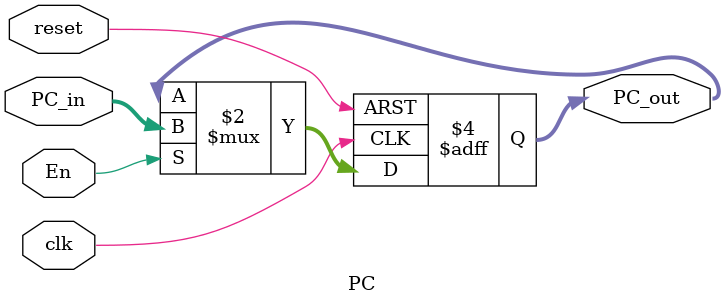
<source format=v>

module PC(clk, reset, En, PC_in, PC_out);
    input clk;
    input reset;
    input En;                 // Habilita escribir el siguiente PC
    input [31:0] PC_in;       // Siguiente valor de PC
    output reg [31:0] PC_out; // PC actual

    // 3.- Cuerpo del modulo
    always @(posedge clk or posedge reset) begin
        if (reset) begin
            PC_out <= 32'd0;      // Comenzamos en direccion 0
        end else if (En) begin
            PC_out <= PC_in;      // Actualizamos PC
        end
        // Si En = 0, mantiene el valor actual (stall)
    end

endmodule

</source>
